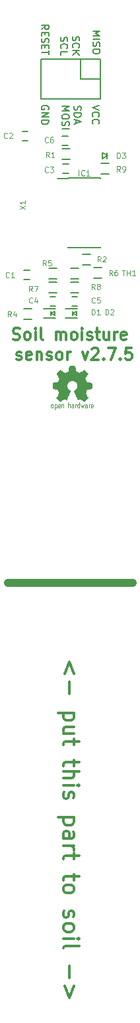
<source format=gbr>
G04 #@! TF.GenerationSoftware,KiCad,Pcbnew,(5.0.0-rc2-160-g7b73557)*
G04 #@! TF.CreationDate,2018-07-03T19:16:21+03:00*
G04 #@! TF.ProjectId,i2c-moist-sensor,6932632D6D6F6973742D73656E736F72,rev?*
G04 #@! TF.SameCoordinates,Original*
G04 #@! TF.FileFunction,Legend,Top*
G04 #@! TF.FilePolarity,Positive*
%FSLAX46Y46*%
G04 Gerber Fmt 4.6, Leading zero omitted, Abs format (unit mm)*
G04 Created by KiCad (PCBNEW (5.0.0-rc2-160-g7b73557)) date 2018 July 03, Tuesday 19:16:21*
%MOMM*%
%LPD*%
G01*
G04 APERTURE LIST*
%ADD10C,0.300000*%
%ADD11C,1.000000*%
%ADD12C,0.200000*%
%ADD13C,0.150000*%
%ADD14C,0.075000*%
%ADD15C,0.002540*%
%ADD16C,0.110000*%
%ADD17R,0.800000X0.800000*%
%ADD18R,1.500000X5.500000*%
%ADD19R,0.600000X0.700000*%
%ADD20R,1.727200X1.727200*%
%ADD21C,1.727200*%
%ADD22R,0.800000X0.750000*%
%ADD23R,0.500000X0.900000*%
%ADD24R,1.500000X0.600000*%
G04 APERTURE END LIST*
D10*
X95428571Y-102642857D02*
X94857142Y-101119047D01*
X94285714Y-102642857D01*
X94857142Y-103595238D02*
X94857142Y-105119047D01*
X95428571Y-107595238D02*
X93428571Y-107595238D01*
X95333333Y-107595238D02*
X95428571Y-107785714D01*
X95428571Y-108166666D01*
X95333333Y-108357142D01*
X95238095Y-108452380D01*
X95047619Y-108547619D01*
X94476190Y-108547619D01*
X94285714Y-108452380D01*
X94190476Y-108357142D01*
X94095238Y-108166666D01*
X94095238Y-107785714D01*
X94190476Y-107595238D01*
X95428571Y-110261904D02*
X94095238Y-110261904D01*
X95428571Y-109404761D02*
X94380952Y-109404761D01*
X94190476Y-109499999D01*
X94095238Y-109690476D01*
X94095238Y-109976190D01*
X94190476Y-110166666D01*
X94285714Y-110261904D01*
X95428571Y-110928571D02*
X95428571Y-111690476D01*
X96095238Y-111214285D02*
X94380952Y-111214285D01*
X94190476Y-111309523D01*
X94095238Y-111499999D01*
X94095238Y-111690476D01*
X95428571Y-113595238D02*
X95428571Y-114357142D01*
X96095238Y-113880952D02*
X94380952Y-113880952D01*
X94190476Y-113976190D01*
X94095238Y-114166666D01*
X94095238Y-114357142D01*
X94095238Y-115023809D02*
X96095238Y-115023809D01*
X94095238Y-115880952D02*
X95142857Y-115880952D01*
X95333333Y-115785714D01*
X95428571Y-115595238D01*
X95428571Y-115309523D01*
X95333333Y-115119047D01*
X95238095Y-115023809D01*
X94095238Y-116833333D02*
X95428571Y-116833333D01*
X96095238Y-116833333D02*
X96000000Y-116738095D01*
X95904761Y-116833333D01*
X96000000Y-116928571D01*
X96095238Y-116833333D01*
X95904761Y-116833333D01*
X94190476Y-117690476D02*
X94095238Y-117880952D01*
X94095238Y-118261904D01*
X94190476Y-118452380D01*
X94380952Y-118547619D01*
X94476190Y-118547619D01*
X94666666Y-118452380D01*
X94761904Y-118261904D01*
X94761904Y-117976190D01*
X94857142Y-117785714D01*
X95047619Y-117690476D01*
X95142857Y-117690476D01*
X95333333Y-117785714D01*
X95428571Y-117976190D01*
X95428571Y-118261904D01*
X95333333Y-118452380D01*
X95428571Y-120928571D02*
X93428571Y-120928571D01*
X95333333Y-120928571D02*
X95428571Y-121119047D01*
X95428571Y-121500000D01*
X95333333Y-121690476D01*
X95238095Y-121785714D01*
X95047619Y-121880952D01*
X94476190Y-121880952D01*
X94285714Y-121785714D01*
X94190476Y-121690476D01*
X94095238Y-121500000D01*
X94095238Y-121119047D01*
X94190476Y-120928571D01*
X94095238Y-123595238D02*
X95142857Y-123595238D01*
X95333333Y-123500000D01*
X95428571Y-123309523D01*
X95428571Y-122928571D01*
X95333333Y-122738095D01*
X94190476Y-123595238D02*
X94095238Y-123404761D01*
X94095238Y-122928571D01*
X94190476Y-122738095D01*
X94380952Y-122642857D01*
X94571428Y-122642857D01*
X94761904Y-122738095D01*
X94857142Y-122928571D01*
X94857142Y-123404761D01*
X94952380Y-123595238D01*
X94095238Y-124547619D02*
X95428571Y-124547619D01*
X95047619Y-124547619D02*
X95238095Y-124642857D01*
X95333333Y-124738095D01*
X95428571Y-124928571D01*
X95428571Y-125119047D01*
X95428571Y-125500000D02*
X95428571Y-126261904D01*
X96095238Y-125785714D02*
X94380952Y-125785714D01*
X94190476Y-125880952D01*
X94095238Y-126071428D01*
X94095238Y-126261904D01*
X95428571Y-128166666D02*
X95428571Y-128928571D01*
X96095238Y-128452380D02*
X94380952Y-128452380D01*
X94190476Y-128547619D01*
X94095238Y-128738095D01*
X94095238Y-128928571D01*
X94095238Y-129880952D02*
X94190476Y-129690476D01*
X94285714Y-129595238D01*
X94476190Y-129499999D01*
X95047619Y-129499999D01*
X95238095Y-129595238D01*
X95333333Y-129690476D01*
X95428571Y-129880952D01*
X95428571Y-130166666D01*
X95333333Y-130357142D01*
X95238095Y-130452380D01*
X95047619Y-130547619D01*
X94476190Y-130547619D01*
X94285714Y-130452380D01*
X94190476Y-130357142D01*
X94095238Y-130166666D01*
X94095238Y-129880952D01*
X94190476Y-132833333D02*
X94095238Y-133023809D01*
X94095238Y-133404761D01*
X94190476Y-133595238D01*
X94380952Y-133690476D01*
X94476190Y-133690476D01*
X94666666Y-133595238D01*
X94761904Y-133404761D01*
X94761904Y-133119047D01*
X94857142Y-132928571D01*
X95047619Y-132833333D01*
X95142857Y-132833333D01*
X95333333Y-132928571D01*
X95428571Y-133119047D01*
X95428571Y-133404761D01*
X95333333Y-133595238D01*
X94095238Y-134833333D02*
X94190476Y-134642857D01*
X94285714Y-134547619D01*
X94476190Y-134452380D01*
X95047619Y-134452380D01*
X95238095Y-134547619D01*
X95333333Y-134642857D01*
X95428571Y-134833333D01*
X95428571Y-135119047D01*
X95333333Y-135309523D01*
X95238095Y-135404761D01*
X95047619Y-135500000D01*
X94476190Y-135500000D01*
X94285714Y-135404761D01*
X94190476Y-135309523D01*
X94095238Y-135119047D01*
X94095238Y-134833333D01*
X94095238Y-136357142D02*
X95428571Y-136357142D01*
X96095238Y-136357142D02*
X96000000Y-136261904D01*
X95904761Y-136357142D01*
X96000000Y-136452380D01*
X96095238Y-136357142D01*
X95904761Y-136357142D01*
X94095238Y-137595238D02*
X94190476Y-137404761D01*
X94380952Y-137309523D01*
X96095238Y-137309523D01*
X94857142Y-139880952D02*
X94857142Y-141404761D01*
X95428571Y-142357142D02*
X94857142Y-143880952D01*
X94285714Y-142357142D01*
D11*
X87000000Y-91000000D02*
X103000000Y-91000000D01*
D12*
X92150000Y-30615714D02*
X92192857Y-30530000D01*
X92192857Y-30401428D01*
X92150000Y-30272857D01*
X92064285Y-30187142D01*
X91978571Y-30144285D01*
X91807142Y-30101428D01*
X91678571Y-30101428D01*
X91507142Y-30144285D01*
X91421428Y-30187142D01*
X91335714Y-30272857D01*
X91292857Y-30401428D01*
X91292857Y-30487142D01*
X91335714Y-30615714D01*
X91378571Y-30658571D01*
X91678571Y-30658571D01*
X91678571Y-30487142D01*
X91292857Y-31044285D02*
X92192857Y-31044285D01*
X91292857Y-31558571D01*
X92192857Y-31558571D01*
X91292857Y-31987142D02*
X92192857Y-31987142D01*
X92192857Y-32201428D01*
X92150000Y-32330000D01*
X92064285Y-32415714D01*
X91978571Y-32458571D01*
X91807142Y-32501428D01*
X91678571Y-32501428D01*
X91507142Y-32458571D01*
X91421428Y-32415714D01*
X91335714Y-32330000D01*
X91292857Y-32201428D01*
X91292857Y-31987142D01*
X95510714Y-30201428D02*
X95467857Y-30330000D01*
X95467857Y-30544285D01*
X95510714Y-30630000D01*
X95553571Y-30672857D01*
X95639285Y-30715714D01*
X95725000Y-30715714D01*
X95810714Y-30672857D01*
X95853571Y-30630000D01*
X95896428Y-30544285D01*
X95939285Y-30372857D01*
X95982142Y-30287142D01*
X96025000Y-30244285D01*
X96110714Y-30201428D01*
X96196428Y-30201428D01*
X96282142Y-30244285D01*
X96325000Y-30287142D01*
X96367857Y-30372857D01*
X96367857Y-30587142D01*
X96325000Y-30715714D01*
X95467857Y-31101428D02*
X96367857Y-31101428D01*
X96367857Y-31315714D01*
X96325000Y-31444285D01*
X96239285Y-31530000D01*
X96153571Y-31572857D01*
X95982142Y-31615714D01*
X95853571Y-31615714D01*
X95682142Y-31572857D01*
X95596428Y-31530000D01*
X95510714Y-31444285D01*
X95467857Y-31315714D01*
X95467857Y-31101428D01*
X95725000Y-31958571D02*
X95725000Y-32387142D01*
X95467857Y-31872857D02*
X96367857Y-32172857D01*
X95467857Y-32472857D01*
X93917857Y-30244285D02*
X94817857Y-30244285D01*
X94175000Y-30544285D01*
X94817857Y-30844285D01*
X93917857Y-30844285D01*
X94817857Y-31444285D02*
X94817857Y-31615714D01*
X94775000Y-31701428D01*
X94689285Y-31787142D01*
X94517857Y-31830000D01*
X94217857Y-31830000D01*
X94046428Y-31787142D01*
X93960714Y-31701428D01*
X93917857Y-31615714D01*
X93917857Y-31444285D01*
X93960714Y-31358571D01*
X94046428Y-31272857D01*
X94217857Y-31230000D01*
X94517857Y-31230000D01*
X94689285Y-31272857D01*
X94775000Y-31358571D01*
X94817857Y-31444285D01*
X93960714Y-32172857D02*
X93917857Y-32301428D01*
X93917857Y-32515714D01*
X93960714Y-32601428D01*
X94003571Y-32644285D01*
X94089285Y-32687142D01*
X94175000Y-32687142D01*
X94260714Y-32644285D01*
X94303571Y-32601428D01*
X94346428Y-32515714D01*
X94389285Y-32344285D01*
X94432142Y-32258571D01*
X94475000Y-32215714D01*
X94560714Y-32172857D01*
X94646428Y-32172857D01*
X94732142Y-32215714D01*
X94775000Y-32258571D01*
X94817857Y-32344285D01*
X94817857Y-32558571D01*
X94775000Y-32687142D01*
X93917857Y-33072857D02*
X94817857Y-33072857D01*
X98692857Y-30115714D02*
X97792857Y-30415714D01*
X98692857Y-30715714D01*
X97878571Y-31530000D02*
X97835714Y-31487142D01*
X97792857Y-31358571D01*
X97792857Y-31272857D01*
X97835714Y-31144285D01*
X97921428Y-31058571D01*
X98007142Y-31015714D01*
X98178571Y-30972857D01*
X98307142Y-30972857D01*
X98478571Y-31015714D01*
X98564285Y-31058571D01*
X98650000Y-31144285D01*
X98692857Y-31272857D01*
X98692857Y-31358571D01*
X98650000Y-31487142D01*
X98607142Y-31530000D01*
X97878571Y-32430000D02*
X97835714Y-32387142D01*
X97792857Y-32258571D01*
X97792857Y-32172857D01*
X97835714Y-32044285D01*
X97921428Y-31958571D01*
X98007142Y-31915714D01*
X98178571Y-31872857D01*
X98307142Y-31872857D01*
X98478571Y-31915714D01*
X98564285Y-31958571D01*
X98650000Y-32044285D01*
X98692857Y-32172857D01*
X98692857Y-32258571D01*
X98650000Y-32387142D01*
X98607142Y-32430000D01*
X91292857Y-20392857D02*
X91721428Y-20092857D01*
X91292857Y-19878571D02*
X92192857Y-19878571D01*
X92192857Y-20221428D01*
X92150000Y-20307142D01*
X92107142Y-20350000D01*
X92021428Y-20392857D01*
X91892857Y-20392857D01*
X91807142Y-20350000D01*
X91764285Y-20307142D01*
X91721428Y-20221428D01*
X91721428Y-19878571D01*
X91764285Y-20778571D02*
X91764285Y-21078571D01*
X91292857Y-21207142D02*
X91292857Y-20778571D01*
X92192857Y-20778571D01*
X92192857Y-21207142D01*
X91335714Y-21550000D02*
X91292857Y-21678571D01*
X91292857Y-21892857D01*
X91335714Y-21978571D01*
X91378571Y-22021428D01*
X91464285Y-22064285D01*
X91550000Y-22064285D01*
X91635714Y-22021428D01*
X91678571Y-21978571D01*
X91721428Y-21892857D01*
X91764285Y-21721428D01*
X91807142Y-21635714D01*
X91850000Y-21592857D01*
X91935714Y-21550000D01*
X92021428Y-21550000D01*
X92107142Y-21592857D01*
X92150000Y-21635714D01*
X92192857Y-21721428D01*
X92192857Y-21935714D01*
X92150000Y-22064285D01*
X91764285Y-22450000D02*
X91764285Y-22750000D01*
X91292857Y-22878571D02*
X91292857Y-22450000D01*
X92192857Y-22450000D01*
X92192857Y-22878571D01*
X92192857Y-23135714D02*
X92192857Y-23650000D01*
X91292857Y-23392857D02*
X92192857Y-23392857D01*
X95310714Y-21342857D02*
X95267857Y-21471428D01*
X95267857Y-21685714D01*
X95310714Y-21771428D01*
X95353571Y-21814285D01*
X95439285Y-21857142D01*
X95525000Y-21857142D01*
X95610714Y-21814285D01*
X95653571Y-21771428D01*
X95696428Y-21685714D01*
X95739285Y-21514285D01*
X95782142Y-21428571D01*
X95825000Y-21385714D01*
X95910714Y-21342857D01*
X95996428Y-21342857D01*
X96082142Y-21385714D01*
X96125000Y-21428571D01*
X96167857Y-21514285D01*
X96167857Y-21728571D01*
X96125000Y-21857142D01*
X95353571Y-22757142D02*
X95310714Y-22714285D01*
X95267857Y-22585714D01*
X95267857Y-22500000D01*
X95310714Y-22371428D01*
X95396428Y-22285714D01*
X95482142Y-22242857D01*
X95653571Y-22200000D01*
X95782142Y-22200000D01*
X95953571Y-22242857D01*
X96039285Y-22285714D01*
X96125000Y-22371428D01*
X96167857Y-22500000D01*
X96167857Y-22585714D01*
X96125000Y-22714285D01*
X96082142Y-22757142D01*
X95267857Y-23142857D02*
X96167857Y-23142857D01*
X95267857Y-23657142D02*
X95782142Y-23271428D01*
X96167857Y-23657142D02*
X95653571Y-23142857D01*
X93760714Y-21428571D02*
X93717857Y-21557142D01*
X93717857Y-21771428D01*
X93760714Y-21857142D01*
X93803571Y-21900000D01*
X93889285Y-21942857D01*
X93975000Y-21942857D01*
X94060714Y-21900000D01*
X94103571Y-21857142D01*
X94146428Y-21771428D01*
X94189285Y-21600000D01*
X94232142Y-21514285D01*
X94275000Y-21471428D01*
X94360714Y-21428571D01*
X94446428Y-21428571D01*
X94532142Y-21471428D01*
X94575000Y-21514285D01*
X94617857Y-21600000D01*
X94617857Y-21814285D01*
X94575000Y-21942857D01*
X93803571Y-22842857D02*
X93760714Y-22800000D01*
X93717857Y-22671428D01*
X93717857Y-22585714D01*
X93760714Y-22457142D01*
X93846428Y-22371428D01*
X93932142Y-22328571D01*
X94103571Y-22285714D01*
X94232142Y-22285714D01*
X94403571Y-22328571D01*
X94489285Y-22371428D01*
X94575000Y-22457142D01*
X94617857Y-22585714D01*
X94617857Y-22671428D01*
X94575000Y-22800000D01*
X94532142Y-22842857D01*
X93717857Y-23657142D02*
X93717857Y-23228571D01*
X94617857Y-23228571D01*
X97892857Y-20627142D02*
X98792857Y-20627142D01*
X98150000Y-20927142D01*
X98792857Y-21227142D01*
X97892857Y-21227142D01*
X97892857Y-21655714D02*
X98792857Y-21655714D01*
X97935714Y-22041428D02*
X97892857Y-22170000D01*
X97892857Y-22384285D01*
X97935714Y-22470000D01*
X97978571Y-22512857D01*
X98064285Y-22555714D01*
X98150000Y-22555714D01*
X98235714Y-22512857D01*
X98278571Y-22470000D01*
X98321428Y-22384285D01*
X98364285Y-22212857D01*
X98407142Y-22127142D01*
X98450000Y-22084285D01*
X98535714Y-22041428D01*
X98621428Y-22041428D01*
X98707142Y-22084285D01*
X98750000Y-22127142D01*
X98792857Y-22212857D01*
X98792857Y-22427142D01*
X98750000Y-22555714D01*
X98792857Y-23112857D02*
X98792857Y-23284285D01*
X98750000Y-23370000D01*
X98664285Y-23455714D01*
X98492857Y-23498571D01*
X98192857Y-23498571D01*
X98021428Y-23455714D01*
X97935714Y-23370000D01*
X97892857Y-23284285D01*
X97892857Y-23112857D01*
X97935714Y-23027142D01*
X98021428Y-22941428D01*
X98192857Y-22898571D01*
X98492857Y-22898571D01*
X98664285Y-22941428D01*
X98750000Y-23027142D01*
X98792857Y-23112857D01*
D10*
X87642857Y-59932142D02*
X87857142Y-60003571D01*
X88214285Y-60003571D01*
X88357142Y-59932142D01*
X88428571Y-59860714D01*
X88500000Y-59717857D01*
X88500000Y-59575000D01*
X88428571Y-59432142D01*
X88357142Y-59360714D01*
X88214285Y-59289285D01*
X87928571Y-59217857D01*
X87785714Y-59146428D01*
X87714285Y-59075000D01*
X87642857Y-58932142D01*
X87642857Y-58789285D01*
X87714285Y-58646428D01*
X87785714Y-58575000D01*
X87928571Y-58503571D01*
X88285714Y-58503571D01*
X88500000Y-58575000D01*
X89357142Y-60003571D02*
X89214285Y-59932142D01*
X89142857Y-59860714D01*
X89071428Y-59717857D01*
X89071428Y-59289285D01*
X89142857Y-59146428D01*
X89214285Y-59075000D01*
X89357142Y-59003571D01*
X89571428Y-59003571D01*
X89714285Y-59075000D01*
X89785714Y-59146428D01*
X89857142Y-59289285D01*
X89857142Y-59717857D01*
X89785714Y-59860714D01*
X89714285Y-59932142D01*
X89571428Y-60003571D01*
X89357142Y-60003571D01*
X90500000Y-60003571D02*
X90500000Y-59003571D01*
X90500000Y-58503571D02*
X90428571Y-58575000D01*
X90500000Y-58646428D01*
X90571428Y-58575000D01*
X90500000Y-58503571D01*
X90500000Y-58646428D01*
X91428571Y-60003571D02*
X91285714Y-59932142D01*
X91214285Y-59789285D01*
X91214285Y-58503571D01*
X93142857Y-60003571D02*
X93142857Y-59003571D01*
X93142857Y-59146428D02*
X93214285Y-59075000D01*
X93357142Y-59003571D01*
X93571428Y-59003571D01*
X93714285Y-59075000D01*
X93785714Y-59217857D01*
X93785714Y-60003571D01*
X93785714Y-59217857D02*
X93857142Y-59075000D01*
X94000000Y-59003571D01*
X94214285Y-59003571D01*
X94357142Y-59075000D01*
X94428571Y-59217857D01*
X94428571Y-60003571D01*
X95357142Y-60003571D02*
X95214285Y-59932142D01*
X95142857Y-59860714D01*
X95071428Y-59717857D01*
X95071428Y-59289285D01*
X95142857Y-59146428D01*
X95214285Y-59075000D01*
X95357142Y-59003571D01*
X95571428Y-59003571D01*
X95714285Y-59075000D01*
X95785714Y-59146428D01*
X95857142Y-59289285D01*
X95857142Y-59717857D01*
X95785714Y-59860714D01*
X95714285Y-59932142D01*
X95571428Y-60003571D01*
X95357142Y-60003571D01*
X96500000Y-60003571D02*
X96500000Y-59003571D01*
X96500000Y-58503571D02*
X96428571Y-58575000D01*
X96500000Y-58646428D01*
X96571428Y-58575000D01*
X96500000Y-58503571D01*
X96500000Y-58646428D01*
X97142857Y-59932142D02*
X97285714Y-60003571D01*
X97571428Y-60003571D01*
X97714285Y-59932142D01*
X97785714Y-59789285D01*
X97785714Y-59717857D01*
X97714285Y-59575000D01*
X97571428Y-59503571D01*
X97357142Y-59503571D01*
X97214285Y-59432142D01*
X97142857Y-59289285D01*
X97142857Y-59217857D01*
X97214285Y-59075000D01*
X97357142Y-59003571D01*
X97571428Y-59003571D01*
X97714285Y-59075000D01*
X98214285Y-59003571D02*
X98785714Y-59003571D01*
X98428571Y-58503571D02*
X98428571Y-59789285D01*
X98500000Y-59932142D01*
X98642857Y-60003571D01*
X98785714Y-60003571D01*
X99928571Y-59003571D02*
X99928571Y-60003571D01*
X99285714Y-59003571D02*
X99285714Y-59789285D01*
X99357142Y-59932142D01*
X99500000Y-60003571D01*
X99714285Y-60003571D01*
X99857142Y-59932142D01*
X99928571Y-59860714D01*
X100642857Y-60003571D02*
X100642857Y-59003571D01*
X100642857Y-59289285D02*
X100714285Y-59146428D01*
X100785714Y-59075000D01*
X100928571Y-59003571D01*
X101071428Y-59003571D01*
X102142857Y-59932142D02*
X102000000Y-60003571D01*
X101714285Y-60003571D01*
X101571428Y-59932142D01*
X101500000Y-59789285D01*
X101500000Y-59217857D01*
X101571428Y-59075000D01*
X101714285Y-59003571D01*
X102000000Y-59003571D01*
X102142857Y-59075000D01*
X102214285Y-59217857D01*
X102214285Y-59360714D01*
X101500000Y-59503571D01*
X88107142Y-62482142D02*
X88250000Y-62553571D01*
X88535714Y-62553571D01*
X88678571Y-62482142D01*
X88750000Y-62339285D01*
X88750000Y-62267857D01*
X88678571Y-62125000D01*
X88535714Y-62053571D01*
X88321428Y-62053571D01*
X88178571Y-61982142D01*
X88107142Y-61839285D01*
X88107142Y-61767857D01*
X88178571Y-61625000D01*
X88321428Y-61553571D01*
X88535714Y-61553571D01*
X88678571Y-61625000D01*
X89964285Y-62482142D02*
X89821428Y-62553571D01*
X89535714Y-62553571D01*
X89392857Y-62482142D01*
X89321428Y-62339285D01*
X89321428Y-61767857D01*
X89392857Y-61625000D01*
X89535714Y-61553571D01*
X89821428Y-61553571D01*
X89964285Y-61625000D01*
X90035714Y-61767857D01*
X90035714Y-61910714D01*
X89321428Y-62053571D01*
X90678571Y-61553571D02*
X90678571Y-62553571D01*
X90678571Y-61696428D02*
X90750000Y-61625000D01*
X90892857Y-61553571D01*
X91107142Y-61553571D01*
X91250000Y-61625000D01*
X91321428Y-61767857D01*
X91321428Y-62553571D01*
X91964285Y-62482142D02*
X92107142Y-62553571D01*
X92392857Y-62553571D01*
X92535714Y-62482142D01*
X92607142Y-62339285D01*
X92607142Y-62267857D01*
X92535714Y-62125000D01*
X92392857Y-62053571D01*
X92178571Y-62053571D01*
X92035714Y-61982142D01*
X91964285Y-61839285D01*
X91964285Y-61767857D01*
X92035714Y-61625000D01*
X92178571Y-61553571D01*
X92392857Y-61553571D01*
X92535714Y-61625000D01*
X93464285Y-62553571D02*
X93321428Y-62482142D01*
X93250000Y-62410714D01*
X93178571Y-62267857D01*
X93178571Y-61839285D01*
X93250000Y-61696428D01*
X93321428Y-61625000D01*
X93464285Y-61553571D01*
X93678571Y-61553571D01*
X93821428Y-61625000D01*
X93892857Y-61696428D01*
X93964285Y-61839285D01*
X93964285Y-62267857D01*
X93892857Y-62410714D01*
X93821428Y-62482142D01*
X93678571Y-62553571D01*
X93464285Y-62553571D01*
X94607142Y-62553571D02*
X94607142Y-61553571D01*
X94607142Y-61839285D02*
X94678571Y-61696428D01*
X94750000Y-61625000D01*
X94892857Y-61553571D01*
X95035714Y-61553571D01*
X96535714Y-61553571D02*
X96892857Y-62553571D01*
X97250000Y-61553571D01*
X97750000Y-61196428D02*
X97821428Y-61125000D01*
X97964285Y-61053571D01*
X98321428Y-61053571D01*
X98464285Y-61125000D01*
X98535714Y-61196428D01*
X98607142Y-61339285D01*
X98607142Y-61482142D01*
X98535714Y-61696428D01*
X97678571Y-62553571D01*
X98607142Y-62553571D01*
X99250000Y-62410714D02*
X99321428Y-62482142D01*
X99250000Y-62553571D01*
X99178571Y-62482142D01*
X99250000Y-62410714D01*
X99250000Y-62553571D01*
X99821428Y-61053571D02*
X100821428Y-61053571D01*
X100178571Y-62553571D01*
X101392857Y-62410714D02*
X101464285Y-62482142D01*
X101392857Y-62553571D01*
X101321428Y-62482142D01*
X101392857Y-62410714D01*
X101392857Y-62553571D01*
X102821428Y-61053571D02*
X102107142Y-61053571D01*
X102035714Y-61767857D01*
X102107142Y-61696428D01*
X102250000Y-61625000D01*
X102607142Y-61625000D01*
X102750000Y-61696428D01*
X102821428Y-61767857D01*
X102892857Y-61910714D01*
X102892857Y-62267857D01*
X102821428Y-62410714D01*
X102750000Y-62482142D01*
X102607142Y-62553571D01*
X102250000Y-62553571D01*
X102107142Y-62482142D01*
X102035714Y-62410714D01*
D13*
G04 #@! TO.C,D3*
X99700000Y-36900000D02*
X99700000Y-36100000D01*
X99100000Y-36900000D02*
X99800000Y-36500000D01*
X99100000Y-36100000D02*
X99100000Y-36900000D01*
X99800000Y-36500000D02*
X99100000Y-36100000D01*
G04 #@! TO.C,D2*
X95254000Y-56892000D02*
X95254000Y-56392000D01*
X95754000Y-56892000D02*
X95754000Y-56392000D01*
X95754000Y-56392000D02*
X95254000Y-56642000D01*
X95254000Y-56642000D02*
X95754000Y-56892000D01*
X95904000Y-56042000D02*
X94354000Y-56042000D01*
X95904000Y-57242000D02*
X94354000Y-57242000D01*
G04 #@! TO.C,D1*
X92460000Y-56892000D02*
X92460000Y-56392000D01*
X92960000Y-56892000D02*
X92460000Y-56642000D01*
X92460000Y-56642000D02*
X92960000Y-56392000D01*
X92960000Y-56392000D02*
X92960000Y-56892000D01*
X93110000Y-56042000D02*
X91560000Y-56042000D01*
X93110000Y-57242000D02*
X91560000Y-57242000D01*
G04 #@! TO.C,P1*
X98810000Y-26730000D02*
X96270000Y-26730000D01*
X96270000Y-26730000D02*
X96270000Y-24190000D01*
X98810000Y-24190000D02*
X91190000Y-24190000D01*
X91190000Y-24190000D02*
X91190000Y-29270000D01*
X91190000Y-29270000D02*
X96270000Y-29270000D01*
X98810000Y-24190000D02*
X98810000Y-26730000D01*
X98810000Y-29270000D02*
X98810000Y-26730000D01*
X96270000Y-29270000D02*
X98810000Y-29270000D01*
G04 #@! TO.C,C1*
X89050000Y-51100000D02*
X89750000Y-51100000D01*
X89750000Y-52300000D02*
X89050000Y-52300000D01*
G04 #@! TO.C,C2*
X88850000Y-33400000D02*
X89550000Y-33400000D01*
X89550000Y-34600000D02*
X88850000Y-34600000D01*
G04 #@! TO.C,C3*
X94050000Y-37600000D02*
X94750000Y-37600000D01*
X94750000Y-38800000D02*
X94050000Y-38800000D01*
G04 #@! TO.C,C4*
X93060000Y-55718000D02*
X92360000Y-55718000D01*
X92360000Y-54518000D02*
X93060000Y-54518000D01*
G04 #@! TO.C,C5*
X95154000Y-54518000D02*
X95854000Y-54518000D01*
X95854000Y-55718000D02*
X95154000Y-55718000D01*
G04 #@! TO.C,C6*
X94650000Y-35200000D02*
X93950000Y-35200000D01*
X93950000Y-34000000D02*
X94650000Y-34000000D01*
G04 #@! TO.C,R1*
X93950000Y-35625000D02*
X94950000Y-35625000D01*
X94950000Y-36975000D02*
X93950000Y-36975000D01*
G04 #@! TO.C,R2*
X97528000Y-50459000D02*
X96528000Y-50459000D01*
X96528000Y-49109000D02*
X97528000Y-49109000D01*
G04 #@! TO.C,R4*
X90000000Y-57425000D02*
X89000000Y-57425000D01*
X89000000Y-56075000D02*
X90000000Y-56075000D01*
G04 #@! TO.C,R5*
X92210000Y-50887000D02*
X93210000Y-50887000D01*
X93210000Y-52237000D02*
X92210000Y-52237000D01*
G04 #@! TO.C,R6*
X96004000Y-52237000D02*
X95004000Y-52237000D01*
X95004000Y-50887000D02*
X96004000Y-50887000D01*
G04 #@! TO.C,R7*
X93210000Y-54015000D02*
X92210000Y-54015000D01*
X92210000Y-52665000D02*
X93210000Y-52665000D01*
G04 #@! TO.C,R8*
X95004000Y-52665000D02*
X96004000Y-52665000D01*
X96004000Y-54015000D02*
X95004000Y-54015000D01*
G04 #@! TO.C,R9*
X98950000Y-37525000D02*
X99950000Y-37525000D01*
X99950000Y-38875000D02*
X98950000Y-38875000D01*
G04 #@! TO.C,TH1*
X99000000Y-52175000D02*
X98000000Y-52175000D01*
X98000000Y-50825000D02*
X99000000Y-50825000D01*
D14*
G04 #@! TO.C,G\002A\002A\002A*
X97360000Y-68220000D02*
X97360000Y-68680000D01*
X97450000Y-68220000D02*
X97500000Y-68220000D01*
X97400000Y-68250000D02*
X97450000Y-68220000D01*
X97380000Y-68270000D02*
X97400000Y-68250000D01*
X97360000Y-68340000D02*
X97380000Y-68270000D01*
X97800000Y-68680000D02*
X97850000Y-68650000D01*
X97700000Y-68680000D02*
X97800000Y-68680000D01*
X97660000Y-68650000D02*
X97700000Y-68680000D01*
X97640000Y-68580000D02*
X97660000Y-68650000D01*
X97640000Y-68310000D02*
X97640000Y-68580000D01*
X97670000Y-68250000D02*
X97640000Y-68310000D01*
X97710000Y-68220000D02*
X97670000Y-68250000D01*
X97810000Y-68220000D02*
X97710000Y-68220000D01*
X97850000Y-68260000D02*
X97810000Y-68220000D01*
X97870000Y-68330000D02*
X97850000Y-68260000D01*
X97870000Y-68450000D02*
X97870000Y-68330000D01*
X97870000Y-68450000D02*
X97640000Y-68450000D01*
X97120000Y-68310000D02*
X97120000Y-68680000D01*
X97090000Y-68250000D02*
X97120000Y-68310000D01*
X97050000Y-68220000D02*
X97090000Y-68250000D01*
X96950000Y-68220000D02*
X97050000Y-68220000D01*
X96900000Y-68250000D02*
X96950000Y-68220000D01*
X96960000Y-68410000D02*
X96910000Y-68440000D01*
X97080000Y-68410000D02*
X96960000Y-68410000D01*
X97120000Y-68380000D02*
X97080000Y-68410000D01*
X97070000Y-68680000D02*
X97120000Y-68640000D01*
X96950000Y-68680000D02*
X97070000Y-68680000D01*
X96900000Y-68640000D02*
X96950000Y-68680000D01*
X96880000Y-68580000D02*
X96900000Y-68640000D01*
X96880000Y-68510000D02*
X96880000Y-68580000D01*
X96910000Y-68440000D02*
X96880000Y-68510000D01*
X96330000Y-68220000D02*
X96430000Y-68680000D01*
X96430000Y-68680000D02*
X96520000Y-68340000D01*
X96520000Y-68340000D02*
X96620000Y-68680000D01*
X96620000Y-68680000D02*
X96720000Y-68220000D01*
X96140000Y-68650000D02*
X96100000Y-68680000D01*
X96100000Y-68680000D02*
X95990000Y-68680000D01*
X95990000Y-68680000D02*
X95950000Y-68650000D01*
X95950000Y-68650000D02*
X95930000Y-68620000D01*
X95930000Y-68620000D02*
X95900000Y-68550000D01*
X95900000Y-68550000D02*
X95900000Y-68350000D01*
X95900000Y-68350000D02*
X95930000Y-68280000D01*
X95930000Y-68280000D02*
X95950000Y-68250000D01*
X95950000Y-68250000D02*
X96010000Y-68210000D01*
X96010000Y-68210000D02*
X96080000Y-68210000D01*
X96080000Y-68210000D02*
X96140000Y-68250000D01*
X96140000Y-67980000D02*
X96140000Y-68680000D01*
X95620000Y-68340000D02*
X95640000Y-68270000D01*
X95640000Y-68270000D02*
X95660000Y-68250000D01*
X95660000Y-68250000D02*
X95710000Y-68220000D01*
X95710000Y-68220000D02*
X95760000Y-68220000D01*
X95620000Y-68220000D02*
X95620000Y-68680000D01*
X95170000Y-68440000D02*
X95140000Y-68510000D01*
X95140000Y-68510000D02*
X95140000Y-68580000D01*
X95140000Y-68580000D02*
X95160000Y-68640000D01*
X95160000Y-68640000D02*
X95210000Y-68680000D01*
X95210000Y-68680000D02*
X95330000Y-68680000D01*
X95330000Y-68680000D02*
X95380000Y-68640000D01*
X95380000Y-68380000D02*
X95340000Y-68410000D01*
X95340000Y-68410000D02*
X95220000Y-68410000D01*
X95220000Y-68410000D02*
X95170000Y-68440000D01*
X95160000Y-68250000D02*
X95210000Y-68220000D01*
X95210000Y-68220000D02*
X95310000Y-68220000D01*
X95310000Y-68220000D02*
X95350000Y-68250000D01*
X95350000Y-68250000D02*
X95380000Y-68310000D01*
X95380000Y-68310000D02*
X95380000Y-68680000D01*
X94710000Y-68290000D02*
X94730000Y-68250000D01*
X94730000Y-68250000D02*
X94780000Y-68220000D01*
X94780000Y-68220000D02*
X94860000Y-68220000D01*
X94860000Y-68220000D02*
X94900000Y-68250000D01*
X94900000Y-68250000D02*
X94920000Y-68310000D01*
X94920000Y-68310000D02*
X94920000Y-68680000D01*
X94710000Y-67980000D02*
X94710000Y-68680000D01*
X93660000Y-68450000D02*
X93430000Y-68450000D01*
X93880000Y-68280000D02*
X93900000Y-68250000D01*
X93900000Y-68250000D02*
X93940000Y-68220000D01*
X93940000Y-68220000D02*
X94030000Y-68220000D01*
X94030000Y-68220000D02*
X94070000Y-68250000D01*
X94070000Y-68250000D02*
X94090000Y-68310000D01*
X94090000Y-68310000D02*
X94090000Y-68680000D01*
X93880000Y-68220000D02*
X93880000Y-68680000D01*
X93660000Y-68450000D02*
X93660000Y-68330000D01*
X93660000Y-68330000D02*
X93640000Y-68260000D01*
X93640000Y-68260000D02*
X93600000Y-68220000D01*
X93600000Y-68220000D02*
X93500000Y-68220000D01*
X93500000Y-68220000D02*
X93460000Y-68250000D01*
X93460000Y-68250000D02*
X93430000Y-68310000D01*
X93430000Y-68310000D02*
X93430000Y-68580000D01*
X93430000Y-68580000D02*
X93450000Y-68650000D01*
X93450000Y-68650000D02*
X93490000Y-68680000D01*
X93490000Y-68680000D02*
X93590000Y-68680000D01*
X93590000Y-68680000D02*
X93640000Y-68650000D01*
X93000000Y-68250000D02*
X93040000Y-68220000D01*
X93040000Y-68220000D02*
X93140000Y-68220000D01*
X93140000Y-68220000D02*
X93180000Y-68250000D01*
X93180000Y-68250000D02*
X93210000Y-68280000D01*
X93210000Y-68280000D02*
X93230000Y-68340000D01*
X93230000Y-68340000D02*
X93230000Y-68560000D01*
X93230000Y-68560000D02*
X93210000Y-68620000D01*
X93210000Y-68620000D02*
X93190000Y-68650000D01*
X93190000Y-68650000D02*
X93150000Y-68680000D01*
X93150000Y-68680000D02*
X93050000Y-68680000D01*
X93050000Y-68680000D02*
X93000000Y-68650000D01*
X93000000Y-68920000D02*
X93000000Y-68220000D01*
X92690000Y-68220000D02*
X92610000Y-68220000D01*
X92610000Y-68220000D02*
X92570000Y-68250000D01*
X92570000Y-68250000D02*
X92550000Y-68280000D01*
X92550000Y-68280000D02*
X92520000Y-68350000D01*
X92610000Y-68680000D02*
X92690000Y-68680000D01*
X92690000Y-68680000D02*
X92740000Y-68650000D01*
X92740000Y-68650000D02*
X92760000Y-68620000D01*
X92760000Y-68620000D02*
X92780000Y-68550000D01*
X92780000Y-68550000D02*
X92780000Y-68350000D01*
X92780000Y-68350000D02*
X92760000Y-68290000D01*
X92760000Y-68290000D02*
X92740000Y-68260000D01*
X92740000Y-68260000D02*
X92690000Y-68220000D01*
X92520000Y-68350000D02*
X92520000Y-68550000D01*
X92520000Y-68550000D02*
X92540000Y-68610000D01*
X92540000Y-68610000D02*
X92560000Y-68640000D01*
X92560000Y-68640000D02*
X92610000Y-68680000D01*
D15*
G36*
X93686160Y-67845360D02*
X93711560Y-67830120D01*
X93769980Y-67794560D01*
X93853800Y-67738680D01*
X93952860Y-67672640D01*
X94051920Y-67606600D01*
X94133200Y-67553260D01*
X94189080Y-67515160D01*
X94214480Y-67502460D01*
X94227180Y-67507540D01*
X94272900Y-67530400D01*
X94341480Y-67565960D01*
X94382120Y-67586280D01*
X94443080Y-67611680D01*
X94476100Y-67619300D01*
X94481180Y-67609140D01*
X94504040Y-67560880D01*
X94539600Y-67479600D01*
X94585320Y-67370380D01*
X94641200Y-67243380D01*
X94697080Y-67108760D01*
X94755500Y-66969060D01*
X94811380Y-66834440D01*
X94859640Y-66715060D01*
X94900280Y-66618540D01*
X94925680Y-66549960D01*
X94935840Y-66522020D01*
X94933300Y-66514400D01*
X94900280Y-66483920D01*
X94846940Y-66443280D01*
X94727560Y-66346760D01*
X94610720Y-66201980D01*
X94539600Y-66036880D01*
X94516740Y-65851460D01*
X94537060Y-65681280D01*
X94603100Y-65518720D01*
X94717400Y-65371400D01*
X94857100Y-65262180D01*
X95019660Y-65193600D01*
X95200000Y-65170740D01*
X95372720Y-65191060D01*
X95540360Y-65257100D01*
X95687680Y-65368860D01*
X95751180Y-65439980D01*
X95837540Y-65589840D01*
X95885800Y-65747320D01*
X95890880Y-65787960D01*
X95883260Y-65963220D01*
X95832460Y-66133400D01*
X95738480Y-66283260D01*
X95608940Y-66407720D01*
X95593700Y-66417880D01*
X95535280Y-66463600D01*
X95494640Y-66494080D01*
X95464160Y-66519480D01*
X95687680Y-67057960D01*
X95723240Y-67141780D01*
X95784200Y-67289100D01*
X95837540Y-67416100D01*
X95880720Y-67517700D01*
X95911200Y-67583740D01*
X95923900Y-67611680D01*
X95923900Y-67614220D01*
X95944220Y-67616760D01*
X95984860Y-67601520D01*
X96061060Y-67565960D01*
X96109320Y-67540560D01*
X96167740Y-67512620D01*
X96193140Y-67502460D01*
X96216000Y-67515160D01*
X96269340Y-67550720D01*
X96350620Y-67604060D01*
X96447140Y-67667560D01*
X96538580Y-67731060D01*
X96622400Y-67786940D01*
X96683360Y-67825040D01*
X96713840Y-67842820D01*
X96718920Y-67842820D01*
X96744320Y-67827580D01*
X96792580Y-67786940D01*
X96866240Y-67718360D01*
X96970380Y-67614220D01*
X96985620Y-67598980D01*
X97071980Y-67512620D01*
X97140560Y-67438960D01*
X97186280Y-67388160D01*
X97204060Y-67365300D01*
X97188820Y-67334820D01*
X97150720Y-67273860D01*
X97094840Y-67187500D01*
X97026260Y-67088440D01*
X96848460Y-66829360D01*
X96944980Y-66585520D01*
X96975460Y-66509320D01*
X97013560Y-66420420D01*
X97041500Y-66354380D01*
X97056740Y-66326440D01*
X97082140Y-66316280D01*
X97150720Y-66301040D01*
X97247240Y-66280720D01*
X97361540Y-66260400D01*
X97473300Y-66240080D01*
X97572360Y-66219760D01*
X97643480Y-66207060D01*
X97676500Y-66199440D01*
X97684120Y-66194360D01*
X97691740Y-66179120D01*
X97694280Y-66146100D01*
X97696820Y-66085140D01*
X97699360Y-65991160D01*
X97699360Y-65851460D01*
X97699360Y-65836220D01*
X97696820Y-65706680D01*
X97694280Y-65600000D01*
X97691740Y-65533960D01*
X97686660Y-65506020D01*
X97656180Y-65498400D01*
X97585060Y-65483160D01*
X97486000Y-65465380D01*
X97366620Y-65442520D01*
X97359000Y-65439980D01*
X97242160Y-65417120D01*
X97143100Y-65396800D01*
X97071980Y-65381560D01*
X97044040Y-65371400D01*
X97036420Y-65363780D01*
X97013560Y-65318060D01*
X96980540Y-65244400D01*
X96939900Y-65155500D01*
X96901800Y-65061520D01*
X96868780Y-64977700D01*
X96845920Y-64916740D01*
X96838300Y-64888800D01*
X96840840Y-64886260D01*
X96858620Y-64858320D01*
X96899260Y-64797360D01*
X96955140Y-64713540D01*
X97023720Y-64611940D01*
X97028800Y-64604320D01*
X97097380Y-64505260D01*
X97153260Y-64418900D01*
X97188820Y-64360480D01*
X97204060Y-64332540D01*
X97204060Y-64330000D01*
X97181200Y-64299520D01*
X97130400Y-64243640D01*
X97056740Y-64167440D01*
X96970380Y-64078540D01*
X96942440Y-64053140D01*
X96843380Y-63956620D01*
X96777340Y-63895660D01*
X96734160Y-63862640D01*
X96713840Y-63855020D01*
X96683360Y-63872800D01*
X96619860Y-63913440D01*
X96536040Y-63971860D01*
X96434440Y-64040440D01*
X96426820Y-64045520D01*
X96327760Y-64114100D01*
X96243940Y-64169980D01*
X96185520Y-64210620D01*
X96157580Y-64225860D01*
X96155040Y-64225860D01*
X96114400Y-64213160D01*
X96043280Y-64187760D01*
X95954380Y-64154740D01*
X95862940Y-64116640D01*
X95779120Y-64081080D01*
X95715620Y-64053140D01*
X95685140Y-64035360D01*
X95674980Y-63999800D01*
X95657200Y-63923600D01*
X95636880Y-63822000D01*
X95611480Y-63700080D01*
X95608940Y-63679760D01*
X95586080Y-63560380D01*
X95568300Y-63461320D01*
X95553060Y-63392740D01*
X95545440Y-63364800D01*
X95530200Y-63362260D01*
X95471780Y-63357180D01*
X95382880Y-63354640D01*
X95273660Y-63354640D01*
X95161900Y-63354640D01*
X95052680Y-63357180D01*
X94958700Y-63359720D01*
X94890120Y-63364800D01*
X94862180Y-63369880D01*
X94862180Y-63372420D01*
X94852020Y-63410520D01*
X94834240Y-63484180D01*
X94813920Y-63588320D01*
X94791060Y-63710240D01*
X94785980Y-63733100D01*
X94763120Y-63849940D01*
X94742800Y-63949000D01*
X94730100Y-64015040D01*
X94722480Y-64042980D01*
X94709780Y-64048060D01*
X94661520Y-64068380D01*
X94582780Y-64101400D01*
X94483720Y-64142040D01*
X94255120Y-64233480D01*
X93973180Y-64042980D01*
X93947780Y-64025200D01*
X93846180Y-63956620D01*
X93764900Y-63900740D01*
X93706480Y-63862640D01*
X93683620Y-63849940D01*
X93681080Y-63849940D01*
X93653140Y-63875340D01*
X93597260Y-63928680D01*
X93521060Y-64002340D01*
X93432160Y-64088700D01*
X93368660Y-64154740D01*
X93289920Y-64233480D01*
X93241660Y-64286820D01*
X93213720Y-64319840D01*
X93206100Y-64340160D01*
X93208640Y-64355400D01*
X93226420Y-64383340D01*
X93267060Y-64444300D01*
X93325480Y-64530660D01*
X93394060Y-64629720D01*
X93449940Y-64713540D01*
X93510900Y-64807520D01*
X93549000Y-64873560D01*
X93564240Y-64906580D01*
X93559160Y-64919280D01*
X93541380Y-64975160D01*
X93505820Y-65058980D01*
X93465180Y-65158040D01*
X93366120Y-65379020D01*
X93221340Y-65406960D01*
X93132440Y-65424740D01*
X93010520Y-65447600D01*
X92891140Y-65470460D01*
X92708260Y-65506020D01*
X92700640Y-66181660D01*
X92728580Y-66194360D01*
X92756520Y-66201980D01*
X92825100Y-66217220D01*
X92921620Y-66237540D01*
X93038460Y-66257860D01*
X93134980Y-66275640D01*
X93234040Y-66295960D01*
X93305160Y-66308660D01*
X93335640Y-66316280D01*
X93345800Y-66326440D01*
X93368660Y-66374700D01*
X93404220Y-66450900D01*
X93444860Y-66542340D01*
X93482960Y-66636320D01*
X93518520Y-66725220D01*
X93541380Y-66791260D01*
X93551540Y-66824280D01*
X93538840Y-66852220D01*
X93500740Y-66910640D01*
X93447400Y-66991920D01*
X93378820Y-67090980D01*
X93312780Y-67187500D01*
X93254360Y-67271320D01*
X93216260Y-67332280D01*
X93198480Y-67360220D01*
X93208640Y-67378000D01*
X93246740Y-67426260D01*
X93320400Y-67502460D01*
X93432160Y-67611680D01*
X93449940Y-67629460D01*
X93536300Y-67713280D01*
X93609960Y-67781860D01*
X93663300Y-67827580D01*
X93686160Y-67845360D01*
X93686160Y-67845360D01*
G37*
X93686160Y-67845360D02*
X93711560Y-67830120D01*
X93769980Y-67794560D01*
X93853800Y-67738680D01*
X93952860Y-67672640D01*
X94051920Y-67606600D01*
X94133200Y-67553260D01*
X94189080Y-67515160D01*
X94214480Y-67502460D01*
X94227180Y-67507540D01*
X94272900Y-67530400D01*
X94341480Y-67565960D01*
X94382120Y-67586280D01*
X94443080Y-67611680D01*
X94476100Y-67619300D01*
X94481180Y-67609140D01*
X94504040Y-67560880D01*
X94539600Y-67479600D01*
X94585320Y-67370380D01*
X94641200Y-67243380D01*
X94697080Y-67108760D01*
X94755500Y-66969060D01*
X94811380Y-66834440D01*
X94859640Y-66715060D01*
X94900280Y-66618540D01*
X94925680Y-66549960D01*
X94935840Y-66522020D01*
X94933300Y-66514400D01*
X94900280Y-66483920D01*
X94846940Y-66443280D01*
X94727560Y-66346760D01*
X94610720Y-66201980D01*
X94539600Y-66036880D01*
X94516740Y-65851460D01*
X94537060Y-65681280D01*
X94603100Y-65518720D01*
X94717400Y-65371400D01*
X94857100Y-65262180D01*
X95019660Y-65193600D01*
X95200000Y-65170740D01*
X95372720Y-65191060D01*
X95540360Y-65257100D01*
X95687680Y-65368860D01*
X95751180Y-65439980D01*
X95837540Y-65589840D01*
X95885800Y-65747320D01*
X95890880Y-65787960D01*
X95883260Y-65963220D01*
X95832460Y-66133400D01*
X95738480Y-66283260D01*
X95608940Y-66407720D01*
X95593700Y-66417880D01*
X95535280Y-66463600D01*
X95494640Y-66494080D01*
X95464160Y-66519480D01*
X95687680Y-67057960D01*
X95723240Y-67141780D01*
X95784200Y-67289100D01*
X95837540Y-67416100D01*
X95880720Y-67517700D01*
X95911200Y-67583740D01*
X95923900Y-67611680D01*
X95923900Y-67614220D01*
X95944220Y-67616760D01*
X95984860Y-67601520D01*
X96061060Y-67565960D01*
X96109320Y-67540560D01*
X96167740Y-67512620D01*
X96193140Y-67502460D01*
X96216000Y-67515160D01*
X96269340Y-67550720D01*
X96350620Y-67604060D01*
X96447140Y-67667560D01*
X96538580Y-67731060D01*
X96622400Y-67786940D01*
X96683360Y-67825040D01*
X96713840Y-67842820D01*
X96718920Y-67842820D01*
X96744320Y-67827580D01*
X96792580Y-67786940D01*
X96866240Y-67718360D01*
X96970380Y-67614220D01*
X96985620Y-67598980D01*
X97071980Y-67512620D01*
X97140560Y-67438960D01*
X97186280Y-67388160D01*
X97204060Y-67365300D01*
X97188820Y-67334820D01*
X97150720Y-67273860D01*
X97094840Y-67187500D01*
X97026260Y-67088440D01*
X96848460Y-66829360D01*
X96944980Y-66585520D01*
X96975460Y-66509320D01*
X97013560Y-66420420D01*
X97041500Y-66354380D01*
X97056740Y-66326440D01*
X97082140Y-66316280D01*
X97150720Y-66301040D01*
X97247240Y-66280720D01*
X97361540Y-66260400D01*
X97473300Y-66240080D01*
X97572360Y-66219760D01*
X97643480Y-66207060D01*
X97676500Y-66199440D01*
X97684120Y-66194360D01*
X97691740Y-66179120D01*
X97694280Y-66146100D01*
X97696820Y-66085140D01*
X97699360Y-65991160D01*
X97699360Y-65851460D01*
X97699360Y-65836220D01*
X97696820Y-65706680D01*
X97694280Y-65600000D01*
X97691740Y-65533960D01*
X97686660Y-65506020D01*
X97656180Y-65498400D01*
X97585060Y-65483160D01*
X97486000Y-65465380D01*
X97366620Y-65442520D01*
X97359000Y-65439980D01*
X97242160Y-65417120D01*
X97143100Y-65396800D01*
X97071980Y-65381560D01*
X97044040Y-65371400D01*
X97036420Y-65363780D01*
X97013560Y-65318060D01*
X96980540Y-65244400D01*
X96939900Y-65155500D01*
X96901800Y-65061520D01*
X96868780Y-64977700D01*
X96845920Y-64916740D01*
X96838300Y-64888800D01*
X96840840Y-64886260D01*
X96858620Y-64858320D01*
X96899260Y-64797360D01*
X96955140Y-64713540D01*
X97023720Y-64611940D01*
X97028800Y-64604320D01*
X97097380Y-64505260D01*
X97153260Y-64418900D01*
X97188820Y-64360480D01*
X97204060Y-64332540D01*
X97204060Y-64330000D01*
X97181200Y-64299520D01*
X97130400Y-64243640D01*
X97056740Y-64167440D01*
X96970380Y-64078540D01*
X96942440Y-64053140D01*
X96843380Y-63956620D01*
X96777340Y-63895660D01*
X96734160Y-63862640D01*
X96713840Y-63855020D01*
X96683360Y-63872800D01*
X96619860Y-63913440D01*
X96536040Y-63971860D01*
X96434440Y-64040440D01*
X96426820Y-64045520D01*
X96327760Y-64114100D01*
X96243940Y-64169980D01*
X96185520Y-64210620D01*
X96157580Y-64225860D01*
X96155040Y-64225860D01*
X96114400Y-64213160D01*
X96043280Y-64187760D01*
X95954380Y-64154740D01*
X95862940Y-64116640D01*
X95779120Y-64081080D01*
X95715620Y-64053140D01*
X95685140Y-64035360D01*
X95674980Y-63999800D01*
X95657200Y-63923600D01*
X95636880Y-63822000D01*
X95611480Y-63700080D01*
X95608940Y-63679760D01*
X95586080Y-63560380D01*
X95568300Y-63461320D01*
X95553060Y-63392740D01*
X95545440Y-63364800D01*
X95530200Y-63362260D01*
X95471780Y-63357180D01*
X95382880Y-63354640D01*
X95273660Y-63354640D01*
X95161900Y-63354640D01*
X95052680Y-63357180D01*
X94958700Y-63359720D01*
X94890120Y-63364800D01*
X94862180Y-63369880D01*
X94862180Y-63372420D01*
X94852020Y-63410520D01*
X94834240Y-63484180D01*
X94813920Y-63588320D01*
X94791060Y-63710240D01*
X94785980Y-63733100D01*
X94763120Y-63849940D01*
X94742800Y-63949000D01*
X94730100Y-64015040D01*
X94722480Y-64042980D01*
X94709780Y-64048060D01*
X94661520Y-64068380D01*
X94582780Y-64101400D01*
X94483720Y-64142040D01*
X94255120Y-64233480D01*
X93973180Y-64042980D01*
X93947780Y-64025200D01*
X93846180Y-63956620D01*
X93764900Y-63900740D01*
X93706480Y-63862640D01*
X93683620Y-63849940D01*
X93681080Y-63849940D01*
X93653140Y-63875340D01*
X93597260Y-63928680D01*
X93521060Y-64002340D01*
X93432160Y-64088700D01*
X93368660Y-64154740D01*
X93289920Y-64233480D01*
X93241660Y-64286820D01*
X93213720Y-64319840D01*
X93206100Y-64340160D01*
X93208640Y-64355400D01*
X93226420Y-64383340D01*
X93267060Y-64444300D01*
X93325480Y-64530660D01*
X93394060Y-64629720D01*
X93449940Y-64713540D01*
X93510900Y-64807520D01*
X93549000Y-64873560D01*
X93564240Y-64906580D01*
X93559160Y-64919280D01*
X93541380Y-64975160D01*
X93505820Y-65058980D01*
X93465180Y-65158040D01*
X93366120Y-65379020D01*
X93221340Y-65406960D01*
X93132440Y-65424740D01*
X93010520Y-65447600D01*
X92891140Y-65470460D01*
X92708260Y-65506020D01*
X92700640Y-66181660D01*
X92728580Y-66194360D01*
X92756520Y-66201980D01*
X92825100Y-66217220D01*
X92921620Y-66237540D01*
X93038460Y-66257860D01*
X93134980Y-66275640D01*
X93234040Y-66295960D01*
X93305160Y-66308660D01*
X93335640Y-66316280D01*
X93345800Y-66326440D01*
X93368660Y-66374700D01*
X93404220Y-66450900D01*
X93444860Y-66542340D01*
X93482960Y-66636320D01*
X93518520Y-66725220D01*
X93541380Y-66791260D01*
X93551540Y-66824280D01*
X93538840Y-66852220D01*
X93500740Y-66910640D01*
X93447400Y-66991920D01*
X93378820Y-67090980D01*
X93312780Y-67187500D01*
X93254360Y-67271320D01*
X93216260Y-67332280D01*
X93198480Y-67360220D01*
X93208640Y-67378000D01*
X93246740Y-67426260D01*
X93320400Y-67502460D01*
X93432160Y-67611680D01*
X93449940Y-67629460D01*
X93536300Y-67713280D01*
X93609960Y-67781860D01*
X93663300Y-67827580D01*
X93686160Y-67845360D01*
D13*
G04 #@! TO.C,IC1*
X94725000Y-39350000D02*
X94725000Y-39465000D01*
X98875000Y-39350000D02*
X98875000Y-39465000D01*
X98875000Y-48250000D02*
X98875000Y-48135000D01*
X94725000Y-48250000D02*
X94725000Y-48135000D01*
X94725000Y-39350000D02*
X98875000Y-39350000D01*
X94725000Y-48250000D02*
X98875000Y-48250000D01*
X94725000Y-39465000D02*
X93350000Y-39465000D01*
G04 #@! TO.C,D3*
D16*
X100983333Y-36816666D02*
X100983333Y-36116666D01*
X101150000Y-36116666D01*
X101250000Y-36150000D01*
X101316666Y-36216666D01*
X101350000Y-36283333D01*
X101383333Y-36416666D01*
X101383333Y-36516666D01*
X101350000Y-36650000D01*
X101316666Y-36716666D01*
X101250000Y-36783333D01*
X101150000Y-36816666D01*
X100983333Y-36816666D01*
X101616666Y-36116666D02*
X102050000Y-36116666D01*
X101816666Y-36383333D01*
X101916666Y-36383333D01*
X101983333Y-36416666D01*
X102016666Y-36450000D01*
X102050000Y-36516666D01*
X102050000Y-36683333D01*
X102016666Y-36750000D01*
X101983333Y-36783333D01*
X101916666Y-36816666D01*
X101716666Y-36816666D01*
X101650000Y-36783333D01*
X101616666Y-36750000D01*
G04 #@! TO.C,X1*
X88516666Y-43366666D02*
X89216666Y-42900000D01*
X88516666Y-42900000D02*
X89216666Y-43366666D01*
X89216666Y-42266666D02*
X89216666Y-42666666D01*
X89216666Y-42466666D02*
X88516666Y-42466666D01*
X88616666Y-42533333D01*
X88683333Y-42600000D01*
X88716666Y-42666666D01*
G04 #@! TO.C,D2*
X99483333Y-56816666D02*
X99483333Y-56116666D01*
X99650000Y-56116666D01*
X99750000Y-56150000D01*
X99816666Y-56216666D01*
X99850000Y-56283333D01*
X99883333Y-56416666D01*
X99883333Y-56516666D01*
X99850000Y-56650000D01*
X99816666Y-56716666D01*
X99750000Y-56783333D01*
X99650000Y-56816666D01*
X99483333Y-56816666D01*
X100150000Y-56183333D02*
X100183333Y-56150000D01*
X100250000Y-56116666D01*
X100416666Y-56116666D01*
X100483333Y-56150000D01*
X100516666Y-56183333D01*
X100550000Y-56250000D01*
X100550000Y-56316666D01*
X100516666Y-56416666D01*
X100116666Y-56816666D01*
X100550000Y-56816666D01*
G04 #@! TO.C,D1*
X97733333Y-56816666D02*
X97733333Y-56116666D01*
X97900000Y-56116666D01*
X98000000Y-56150000D01*
X98066666Y-56216666D01*
X98100000Y-56283333D01*
X98133333Y-56416666D01*
X98133333Y-56516666D01*
X98100000Y-56650000D01*
X98066666Y-56716666D01*
X98000000Y-56783333D01*
X97900000Y-56816666D01*
X97733333Y-56816666D01*
X98800000Y-56816666D02*
X98400000Y-56816666D01*
X98600000Y-56816666D02*
X98600000Y-56116666D01*
X98533333Y-56216666D01*
X98466666Y-56283333D01*
X98400000Y-56316666D01*
G04 #@! TO.C,C1*
X87133333Y-52000000D02*
X87100000Y-52033333D01*
X87000000Y-52066666D01*
X86933333Y-52066666D01*
X86833333Y-52033333D01*
X86766666Y-51966666D01*
X86733333Y-51900000D01*
X86700000Y-51766666D01*
X86700000Y-51666666D01*
X86733333Y-51533333D01*
X86766666Y-51466666D01*
X86833333Y-51400000D01*
X86933333Y-51366666D01*
X87000000Y-51366666D01*
X87100000Y-51400000D01*
X87133333Y-51433333D01*
X87800000Y-52066666D02*
X87400000Y-52066666D01*
X87600000Y-52066666D02*
X87600000Y-51366666D01*
X87533333Y-51466666D01*
X87466666Y-51533333D01*
X87400000Y-51566666D01*
G04 #@! TO.C,C2*
X86883333Y-34250000D02*
X86850000Y-34283333D01*
X86750000Y-34316666D01*
X86683333Y-34316666D01*
X86583333Y-34283333D01*
X86516666Y-34216666D01*
X86483333Y-34150000D01*
X86450000Y-34016666D01*
X86450000Y-33916666D01*
X86483333Y-33783333D01*
X86516666Y-33716666D01*
X86583333Y-33650000D01*
X86683333Y-33616666D01*
X86750000Y-33616666D01*
X86850000Y-33650000D01*
X86883333Y-33683333D01*
X87150000Y-33683333D02*
X87183333Y-33650000D01*
X87250000Y-33616666D01*
X87416666Y-33616666D01*
X87483333Y-33650000D01*
X87516666Y-33683333D01*
X87550000Y-33750000D01*
X87550000Y-33816666D01*
X87516666Y-33916666D01*
X87116666Y-34316666D01*
X87550000Y-34316666D01*
G04 #@! TO.C,C3*
X92133333Y-38576000D02*
X92100000Y-38609333D01*
X92000000Y-38642666D01*
X91933333Y-38642666D01*
X91833333Y-38609333D01*
X91766666Y-38542666D01*
X91733333Y-38476000D01*
X91700000Y-38342666D01*
X91700000Y-38242666D01*
X91733333Y-38109333D01*
X91766666Y-38042666D01*
X91833333Y-37976000D01*
X91933333Y-37942666D01*
X92000000Y-37942666D01*
X92100000Y-37976000D01*
X92133333Y-38009333D01*
X92366666Y-37942666D02*
X92800000Y-37942666D01*
X92566666Y-38209333D01*
X92666666Y-38209333D01*
X92733333Y-38242666D01*
X92766666Y-38276000D01*
X92800000Y-38342666D01*
X92800000Y-38509333D01*
X92766666Y-38576000D01*
X92733333Y-38609333D01*
X92666666Y-38642666D01*
X92466666Y-38642666D01*
X92400000Y-38609333D01*
X92366666Y-38576000D01*
G04 #@! TO.C,C4*
X90133333Y-55250000D02*
X90100000Y-55283333D01*
X90000000Y-55316666D01*
X89933333Y-55316666D01*
X89833333Y-55283333D01*
X89766666Y-55216666D01*
X89733333Y-55150000D01*
X89700000Y-55016666D01*
X89700000Y-54916666D01*
X89733333Y-54783333D01*
X89766666Y-54716666D01*
X89833333Y-54650000D01*
X89933333Y-54616666D01*
X90000000Y-54616666D01*
X90100000Y-54650000D01*
X90133333Y-54683333D01*
X90733333Y-54850000D02*
X90733333Y-55316666D01*
X90566666Y-54583333D02*
X90400000Y-55083333D01*
X90833333Y-55083333D01*
G04 #@! TO.C,C5*
X98133333Y-55250000D02*
X98100000Y-55283333D01*
X98000000Y-55316666D01*
X97933333Y-55316666D01*
X97833333Y-55283333D01*
X97766666Y-55216666D01*
X97733333Y-55150000D01*
X97700000Y-55016666D01*
X97700000Y-54916666D01*
X97733333Y-54783333D01*
X97766666Y-54716666D01*
X97833333Y-54650000D01*
X97933333Y-54616666D01*
X98000000Y-54616666D01*
X98100000Y-54650000D01*
X98133333Y-54683333D01*
X98766666Y-54616666D02*
X98433333Y-54616666D01*
X98400000Y-54950000D01*
X98433333Y-54916666D01*
X98500000Y-54883333D01*
X98666666Y-54883333D01*
X98733333Y-54916666D01*
X98766666Y-54950000D01*
X98800000Y-55016666D01*
X98800000Y-55183333D01*
X98766666Y-55250000D01*
X98733333Y-55283333D01*
X98666666Y-55316666D01*
X98500000Y-55316666D01*
X98433333Y-55283333D01*
X98400000Y-55250000D01*
G04 #@! TO.C,C6*
X92133333Y-34782000D02*
X92100000Y-34815333D01*
X92000000Y-34848666D01*
X91933333Y-34848666D01*
X91833333Y-34815333D01*
X91766666Y-34748666D01*
X91733333Y-34682000D01*
X91700000Y-34548666D01*
X91700000Y-34448666D01*
X91733333Y-34315333D01*
X91766666Y-34248666D01*
X91833333Y-34182000D01*
X91933333Y-34148666D01*
X92000000Y-34148666D01*
X92100000Y-34182000D01*
X92133333Y-34215333D01*
X92733333Y-34148666D02*
X92600000Y-34148666D01*
X92533333Y-34182000D01*
X92500000Y-34215333D01*
X92433333Y-34315333D01*
X92400000Y-34448666D01*
X92400000Y-34715333D01*
X92433333Y-34782000D01*
X92466666Y-34815333D01*
X92533333Y-34848666D01*
X92666666Y-34848666D01*
X92733333Y-34815333D01*
X92766666Y-34782000D01*
X92800000Y-34715333D01*
X92800000Y-34548666D01*
X92766666Y-34482000D01*
X92733333Y-34448666D01*
X92666666Y-34415333D01*
X92533333Y-34415333D01*
X92466666Y-34448666D01*
X92433333Y-34482000D01*
X92400000Y-34548666D01*
G04 #@! TO.C,R1*
X92283333Y-36716666D02*
X92050000Y-36383333D01*
X91883333Y-36716666D02*
X91883333Y-36016666D01*
X92150000Y-36016666D01*
X92216666Y-36050000D01*
X92250000Y-36083333D01*
X92283333Y-36150000D01*
X92283333Y-36250000D01*
X92250000Y-36316666D01*
X92216666Y-36350000D01*
X92150000Y-36383333D01*
X91883333Y-36383333D01*
X92950000Y-36716666D02*
X92550000Y-36716666D01*
X92750000Y-36716666D02*
X92750000Y-36016666D01*
X92683333Y-36116666D01*
X92616666Y-36183333D01*
X92550000Y-36216666D01*
G04 #@! TO.C,R2*
X98883333Y-50066666D02*
X98650000Y-49733333D01*
X98483333Y-50066666D02*
X98483333Y-49366666D01*
X98750000Y-49366666D01*
X98816666Y-49400000D01*
X98850000Y-49433333D01*
X98883333Y-49500000D01*
X98883333Y-49600000D01*
X98850000Y-49666666D01*
X98816666Y-49700000D01*
X98750000Y-49733333D01*
X98483333Y-49733333D01*
X99150000Y-49433333D02*
X99183333Y-49400000D01*
X99250000Y-49366666D01*
X99416666Y-49366666D01*
X99483333Y-49400000D01*
X99516666Y-49433333D01*
X99550000Y-49500000D01*
X99550000Y-49566666D01*
X99516666Y-49666666D01*
X99116666Y-50066666D01*
X99550000Y-50066666D01*
G04 #@! TO.C,R4*
X87383333Y-57066666D02*
X87150000Y-56733333D01*
X86983333Y-57066666D02*
X86983333Y-56366666D01*
X87250000Y-56366666D01*
X87316666Y-56400000D01*
X87350000Y-56433333D01*
X87383333Y-56500000D01*
X87383333Y-56600000D01*
X87350000Y-56666666D01*
X87316666Y-56700000D01*
X87250000Y-56733333D01*
X86983333Y-56733333D01*
X87983333Y-56600000D02*
X87983333Y-57066666D01*
X87816666Y-56333333D02*
X87650000Y-56833333D01*
X88083333Y-56833333D01*
G04 #@! TO.C,R5*
X91883333Y-50566666D02*
X91650000Y-50233333D01*
X91483333Y-50566666D02*
X91483333Y-49866666D01*
X91750000Y-49866666D01*
X91816666Y-49900000D01*
X91850000Y-49933333D01*
X91883333Y-50000000D01*
X91883333Y-50100000D01*
X91850000Y-50166666D01*
X91816666Y-50200000D01*
X91750000Y-50233333D01*
X91483333Y-50233333D01*
X92516666Y-49866666D02*
X92183333Y-49866666D01*
X92150000Y-50200000D01*
X92183333Y-50166666D01*
X92250000Y-50133333D01*
X92416666Y-50133333D01*
X92483333Y-50166666D01*
X92516666Y-50200000D01*
X92550000Y-50266666D01*
X92550000Y-50433333D01*
X92516666Y-50500000D01*
X92483333Y-50533333D01*
X92416666Y-50566666D01*
X92250000Y-50566666D01*
X92183333Y-50533333D01*
X92150000Y-50500000D01*
G04 #@! TO.C,R6*
X100383333Y-51816666D02*
X100150000Y-51483333D01*
X99983333Y-51816666D02*
X99983333Y-51116666D01*
X100250000Y-51116666D01*
X100316666Y-51150000D01*
X100350000Y-51183333D01*
X100383333Y-51250000D01*
X100383333Y-51350000D01*
X100350000Y-51416666D01*
X100316666Y-51450000D01*
X100250000Y-51483333D01*
X99983333Y-51483333D01*
X100983333Y-51116666D02*
X100850000Y-51116666D01*
X100783333Y-51150000D01*
X100750000Y-51183333D01*
X100683333Y-51283333D01*
X100650000Y-51416666D01*
X100650000Y-51683333D01*
X100683333Y-51750000D01*
X100716666Y-51783333D01*
X100783333Y-51816666D01*
X100916666Y-51816666D01*
X100983333Y-51783333D01*
X101016666Y-51750000D01*
X101050000Y-51683333D01*
X101050000Y-51516666D01*
X101016666Y-51450000D01*
X100983333Y-51416666D01*
X100916666Y-51383333D01*
X100783333Y-51383333D01*
X100716666Y-51416666D01*
X100683333Y-51450000D01*
X100650000Y-51516666D01*
G04 #@! TO.C,R7*
X90133333Y-53816666D02*
X89900000Y-53483333D01*
X89733333Y-53816666D02*
X89733333Y-53116666D01*
X90000000Y-53116666D01*
X90066666Y-53150000D01*
X90100000Y-53183333D01*
X90133333Y-53250000D01*
X90133333Y-53350000D01*
X90100000Y-53416666D01*
X90066666Y-53450000D01*
X90000000Y-53483333D01*
X89733333Y-53483333D01*
X90366666Y-53116666D02*
X90833333Y-53116666D01*
X90533333Y-53816666D01*
G04 #@! TO.C,R8*
X98133333Y-53566666D02*
X97900000Y-53233333D01*
X97733333Y-53566666D02*
X97733333Y-52866666D01*
X98000000Y-52866666D01*
X98066666Y-52900000D01*
X98100000Y-52933333D01*
X98133333Y-53000000D01*
X98133333Y-53100000D01*
X98100000Y-53166666D01*
X98066666Y-53200000D01*
X98000000Y-53233333D01*
X97733333Y-53233333D01*
X98533333Y-53166666D02*
X98466666Y-53133333D01*
X98433333Y-53100000D01*
X98400000Y-53033333D01*
X98400000Y-53000000D01*
X98433333Y-52933333D01*
X98466666Y-52900000D01*
X98533333Y-52866666D01*
X98666666Y-52866666D01*
X98733333Y-52900000D01*
X98766666Y-52933333D01*
X98800000Y-53000000D01*
X98800000Y-53033333D01*
X98766666Y-53100000D01*
X98733333Y-53133333D01*
X98666666Y-53166666D01*
X98533333Y-53166666D01*
X98466666Y-53200000D01*
X98433333Y-53233333D01*
X98400000Y-53300000D01*
X98400000Y-53433333D01*
X98433333Y-53500000D01*
X98466666Y-53533333D01*
X98533333Y-53566666D01*
X98666666Y-53566666D01*
X98733333Y-53533333D01*
X98766666Y-53500000D01*
X98800000Y-53433333D01*
X98800000Y-53300000D01*
X98766666Y-53233333D01*
X98733333Y-53200000D01*
X98666666Y-53166666D01*
G04 #@! TO.C,R9*
X101383333Y-38566666D02*
X101150000Y-38233333D01*
X100983333Y-38566666D02*
X100983333Y-37866666D01*
X101250000Y-37866666D01*
X101316666Y-37900000D01*
X101350000Y-37933333D01*
X101383333Y-38000000D01*
X101383333Y-38100000D01*
X101350000Y-38166666D01*
X101316666Y-38200000D01*
X101250000Y-38233333D01*
X100983333Y-38233333D01*
X101716666Y-38566666D02*
X101850000Y-38566666D01*
X101916666Y-38533333D01*
X101950000Y-38500000D01*
X102016666Y-38400000D01*
X102050000Y-38266666D01*
X102050000Y-38000000D01*
X102016666Y-37933333D01*
X101983333Y-37900000D01*
X101916666Y-37866666D01*
X101783333Y-37866666D01*
X101716666Y-37900000D01*
X101683333Y-37933333D01*
X101650000Y-38000000D01*
X101650000Y-38166666D01*
X101683333Y-38233333D01*
X101716666Y-38266666D01*
X101783333Y-38300000D01*
X101916666Y-38300000D01*
X101983333Y-38266666D01*
X102016666Y-38233333D01*
X102050000Y-38166666D01*
G04 #@! TO.C,TH1*
X101600000Y-51116666D02*
X102000000Y-51116666D01*
X101800000Y-51816666D02*
X101800000Y-51116666D01*
X102233333Y-51816666D02*
X102233333Y-51116666D01*
X102233333Y-51450000D02*
X102633333Y-51450000D01*
X102633333Y-51816666D02*
X102633333Y-51116666D01*
X103333333Y-51816666D02*
X102933333Y-51816666D01*
X103133333Y-51816666D02*
X103133333Y-51116666D01*
X103066666Y-51216666D01*
X103000000Y-51283333D01*
X102933333Y-51316666D01*
G04 #@! TO.C,IC1*
X96066666Y-39066666D02*
X96066666Y-38366666D01*
X96800000Y-39000000D02*
X96766666Y-39033333D01*
X96666666Y-39066666D01*
X96600000Y-39066666D01*
X96500000Y-39033333D01*
X96433333Y-38966666D01*
X96400000Y-38900000D01*
X96366666Y-38766666D01*
X96366666Y-38666666D01*
X96400000Y-38533333D01*
X96433333Y-38466666D01*
X96500000Y-38400000D01*
X96600000Y-38366666D01*
X96666666Y-38366666D01*
X96766666Y-38400000D01*
X96800000Y-38433333D01*
X97466666Y-39066666D02*
X97066666Y-39066666D01*
X97266666Y-39066666D02*
X97266666Y-38366666D01*
X97200000Y-38466666D01*
X97133333Y-38533333D01*
X97066666Y-38566666D01*
G04 #@! TD*
%LPC*%
D17*
G04 #@! TO.C,D3*
X98575000Y-36500000D03*
X100225000Y-36500000D03*
G04 #@! TD*
D18*
G04 #@! TO.C,X1*
X89000000Y-47250000D03*
X89000000Y-38750000D03*
G04 #@! TD*
D19*
G04 #@! TO.C,D2*
X96204000Y-56642000D03*
X94804000Y-56642000D03*
G04 #@! TD*
G04 #@! TO.C,D1*
X93410000Y-56642000D03*
X92010000Y-56642000D03*
G04 #@! TD*
D20*
G04 #@! TO.C,P1*
X97540000Y-25460000D03*
D21*
X97540000Y-28000000D03*
X95000000Y-25460000D03*
X95000000Y-28000000D03*
X92460000Y-25460000D03*
X92460000Y-28000000D03*
G04 #@! TD*
D22*
G04 #@! TO.C,C1*
X88650000Y-51700000D03*
X90150000Y-51700000D03*
G04 #@! TD*
G04 #@! TO.C,C2*
X88450000Y-34000000D03*
X89950000Y-34000000D03*
G04 #@! TD*
G04 #@! TO.C,C3*
X93650000Y-38200000D03*
X95150000Y-38200000D03*
G04 #@! TD*
G04 #@! TO.C,C4*
X93460000Y-55118000D03*
X91960000Y-55118000D03*
G04 #@! TD*
G04 #@! TO.C,C5*
X94754000Y-55118000D03*
X96254000Y-55118000D03*
G04 #@! TD*
G04 #@! TO.C,C6*
X95050000Y-34600000D03*
X93550000Y-34600000D03*
G04 #@! TD*
D23*
G04 #@! TO.C,R1*
X95200000Y-36300000D03*
X93700000Y-36300000D03*
G04 #@! TD*
G04 #@! TO.C,R2*
X96278000Y-49784000D03*
X97778000Y-49784000D03*
G04 #@! TD*
G04 #@! TO.C,R4*
X88750000Y-56750000D03*
X90250000Y-56750000D03*
G04 #@! TD*
G04 #@! TO.C,R5*
X93460000Y-51562000D03*
X91960000Y-51562000D03*
G04 #@! TD*
G04 #@! TO.C,R6*
X94754000Y-51562000D03*
X96254000Y-51562000D03*
G04 #@! TD*
G04 #@! TO.C,R7*
X91960000Y-53340000D03*
X93460000Y-53340000D03*
G04 #@! TD*
G04 #@! TO.C,R8*
X96254000Y-53340000D03*
X94754000Y-53340000D03*
G04 #@! TD*
G04 #@! TO.C,R9*
X100200000Y-38200000D03*
X98700000Y-38200000D03*
G04 #@! TD*
G04 #@! TO.C,TH1*
X97750000Y-51500000D03*
X99250000Y-51500000D03*
G04 #@! TD*
D24*
G04 #@! TO.C,IC1*
X94100000Y-39990000D03*
X94100000Y-41260000D03*
X94100000Y-42530000D03*
X94100000Y-43800000D03*
X94100000Y-45070000D03*
X94100000Y-46340000D03*
X94100000Y-47610000D03*
X99500000Y-47610000D03*
X99500000Y-46340000D03*
X99500000Y-45070000D03*
X99500000Y-43800000D03*
X99500000Y-42530000D03*
X99500000Y-41260000D03*
X99500000Y-39990000D03*
G04 #@! TD*
M02*

</source>
